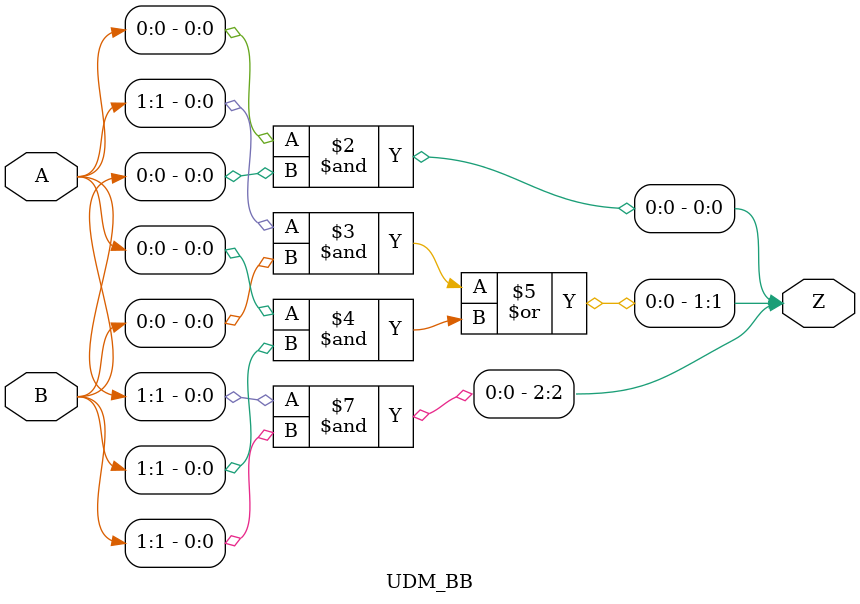
<source format=v>


// Company: iCAS Lab, University of South Carolina
// Engineer: Mohammed E. Elbtity
// Create Date: 06/28/2023 02:14:40 AM
// Design Name: 
// Module Name: UDM_BB
// Project Name: 
// Target Devices: 
// Tool Versions: 
// Description: 
// 
// Dependencies: 
// 
// Revision:
// Revision 0.01 - File Created
// Additional Comments:
// 
//////////////////////////////////////////////////////////////////////////////////



`timescale 1ns / 1ps
module UDM_BB #(parameter WIDTH = 2) //UDM Building block
(
    input  wire   [WIDTH-1:0]     A,B,     //input
    output reg   [(2*WIDTH)-1:0] Z        //output
);

genvar i;

generate
    for (i = 0; i < WIDTH; i = i + 1) begin: GEN_BLK
        always @* begin
            Z[2*i] = A[i] & B[i];  // Assign Z[2*i] with A[i] & B[i]

            // Assign Z[2*i + 1] with A[i+1] & B[i] | A[i] & B[i+1] for i < WIDTH-1
            if (i < WIDTH - 1) 
                Z[2*i + 1] = (A[i+1] & B[i]) | (A[i] & B[i+1]);
        end
    end
endgenerate

endmodule



/*
module UDM_BB #(parameter WIDTH = 2) //UDM Building block
(
input	wire	[WIDTH-1:0]		A,B,	 //input
output	wire	[2*WIDTH-1:0]	Z		 //output
);

assign	Z[0] = A[0] & B[0] ;

assign	Z[1] = (A[1] & B[0]) | (A[0] & B[1]) ;

assign	Z[2] = A[1] & B[1] ;

assign	Z[3] = 0 ;

endmodule
*/

</source>
